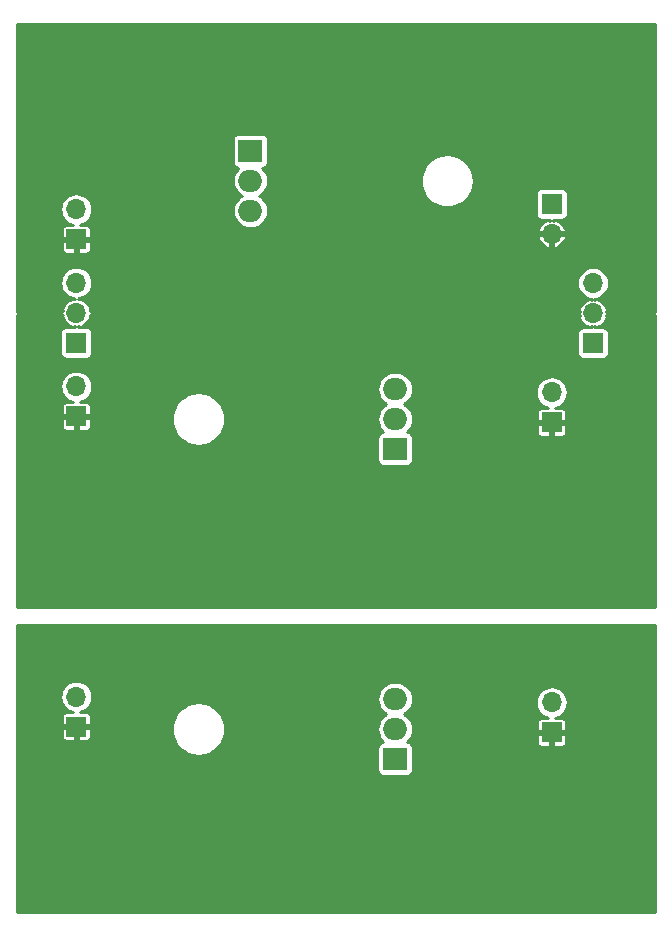
<source format=gbl>
%TF.GenerationSoftware,KiCad,Pcbnew,(5.1.4)-1*%
%TF.CreationDate,2021-09-05T23:43:36-04:00*%
%TF.ProjectId,dual_lm317,6475616c-5f6c-46d3-9331-372e6b696361,rev?*%
%TF.SameCoordinates,Original*%
%TF.FileFunction,Copper,L2,Bot*%
%TF.FilePolarity,Positive*%
%FSLAX46Y46*%
G04 Gerber Fmt 4.6, Leading zero omitted, Abs format (unit mm)*
G04 Created by KiCad (PCBNEW (5.1.4)-1) date 2021-09-05 23:43:36*
%MOMM*%
%LPD*%
G04 APERTURE LIST*
%TA.AperFunction,ComponentPad*%
%ADD10O,2.000000X1.905000*%
%TD*%
%TA.AperFunction,ComponentPad*%
%ADD11R,2.000000X1.905000*%
%TD*%
%TA.AperFunction,ComponentPad*%
%ADD12O,1.700000X1.700000*%
%TD*%
%TA.AperFunction,ComponentPad*%
%ADD13R,1.700000X1.700000*%
%TD*%
%TA.AperFunction,ViaPad*%
%ADD14C,0.800000*%
%TD*%
%TA.AperFunction,Conductor*%
%ADD15C,1.500000*%
%TD*%
%TA.AperFunction,Conductor*%
%ADD16C,0.250000*%
%TD*%
G04 APERTURE END LIST*
D10*
%TO.P,U7,3*%
%TO.N,/VinB*%
X135000000Y-105170000D03*
%TO.P,U7,2*%
%TO.N,/VoutB*%
X135000000Y-107710000D03*
D11*
%TO.P,U7,1*%
%TO.N,/VadjB*%
X135000000Y-110250000D03*
%TD*%
D12*
%TO.P,J8,2*%
%TO.N,/VoutB*%
X108000000Y-104960000D03*
D13*
%TO.P,J8,1*%
%TO.N,/GNDB*%
X108000000Y-107500000D03*
%TD*%
D12*
%TO.P,J7,2*%
%TO.N,/VinB*%
X148250000Y-105460000D03*
D13*
%TO.P,J7,1*%
%TO.N,/GNDB*%
X148250000Y-108000000D03*
%TD*%
D11*
%TO.P,U1,1*%
%TO.N,/VadjA*%
X135000000Y-84000000D03*
D10*
%TO.P,U1,2*%
%TO.N,/VoutA*%
X135000000Y-81460000D03*
%TO.P,U1,3*%
%TO.N,/VinA*%
X135000000Y-78920000D03*
%TD*%
D13*
%TO.P,J2,1*%
%TO.N,/GNDA*%
X108000000Y-81250000D03*
D12*
%TO.P,J2,2*%
%TO.N,/VoutA*%
X108000000Y-78710000D03*
%TD*%
D13*
%TO.P,J1,1*%
%TO.N,/GNDA*%
X148250000Y-81750000D03*
D12*
%TO.P,J1,2*%
%TO.N,/VinA*%
X148250000Y-79210000D03*
%TD*%
D13*
%TO.P,J6,1*%
%TO.N,/VoutA*%
X108000000Y-75000000D03*
D12*
%TO.P,J6,2*%
%TO.N,/GNDA*%
X108000000Y-72460000D03*
%TO.P,J6,3*%
%TO.N,/VoutAN*%
X108000000Y-69920000D03*
%TD*%
D13*
%TO.P,J5,1*%
%TO.N,/VinA*%
X151750000Y-75040000D03*
D12*
%TO.P,J5,2*%
%TO.N,/GNDA*%
X151750000Y-72500000D03*
%TO.P,J5,3*%
%TO.N,/VinAN*%
X151750000Y-69960000D03*
%TD*%
D11*
%TO.P,U4,1*%
%TO.N,/VadjAN*%
X122750000Y-58750000D03*
D10*
%TO.P,U4,2*%
%TO.N,/VinAN*%
X122750000Y-61290000D03*
%TO.P,U4,3*%
%TO.N,/VoutAN*%
X122750000Y-63830000D03*
%TD*%
D13*
%TO.P,J4,1*%
%TO.N,/GNDA*%
X108000000Y-66250000D03*
D12*
%TO.P,J4,2*%
%TO.N,/VoutAN*%
X108000000Y-63710000D03*
%TD*%
D13*
%TO.P,J3,1*%
%TO.N,/VinAN*%
X148250000Y-63250000D03*
D12*
%TO.P,J3,2*%
%TO.N,/GNDA*%
X148250000Y-65790000D03*
%TD*%
D14*
%TO.N,/GNDA*%
X141000000Y-53750000D03*
X125500000Y-67750000D03*
X114750000Y-66750000D03*
X119750000Y-51000000D03*
X115750000Y-63000000D03*
X139750000Y-92250000D03*
X144750000Y-89000000D03*
X139750000Y-81500000D03*
X150000000Y-84750000D03*
X154250000Y-79000000D03*
X154250000Y-76000000D03*
X154750000Y-82000000D03*
X150000000Y-86500000D03*
X103500000Y-73500000D03*
X111000000Y-73500000D03*
X113500000Y-73500000D03*
X116000000Y-73500000D03*
X118500000Y-73500000D03*
X121000000Y-73500000D03*
X123500000Y-73500000D03*
X126000000Y-73500000D03*
X128500000Y-73500000D03*
X131000000Y-73500000D03*
X133500000Y-73500000D03*
X136000000Y-73500000D03*
X138500000Y-73500000D03*
X141000000Y-73500000D03*
X143500000Y-73500000D03*
X146000000Y-73500000D03*
X148500000Y-73500000D03*
X156000000Y-73500000D03*
X156000000Y-76000000D03*
X156000000Y-78500000D03*
X156000000Y-81000000D03*
X156000000Y-83500000D03*
X156000000Y-86000000D03*
X156000000Y-88500000D03*
X156000000Y-91000000D03*
X156000000Y-93500000D03*
X103500000Y-76000000D03*
X103500000Y-78500000D03*
X103500000Y-81000000D03*
X103500000Y-83500000D03*
X103500000Y-86000000D03*
X103500000Y-88500000D03*
X103500000Y-91000000D03*
X103500000Y-93500000D03*
X103500000Y-96000000D03*
X106000000Y-96000000D03*
X108500000Y-96000000D03*
X111000000Y-96000000D03*
X113500000Y-96000000D03*
X116000000Y-96000000D03*
X118500000Y-96000000D03*
X121000000Y-96000000D03*
X123500000Y-96000000D03*
X126000000Y-96000000D03*
X128500000Y-96000000D03*
X131000000Y-96000000D03*
X133500000Y-96000000D03*
X136000000Y-96000000D03*
X138500000Y-96000000D03*
X141000000Y-96000000D03*
X143500000Y-96000000D03*
X146000000Y-96000000D03*
X148500000Y-96000000D03*
X151000000Y-96000000D03*
X153500000Y-96000000D03*
X156000000Y-96000000D03*
X106500000Y-83500000D03*
X106500000Y-85750000D03*
X106250000Y-93250000D03*
X110937500Y-81812500D03*
X138750000Y-89000000D03*
X138750000Y-94000000D03*
X130250000Y-76500000D03*
X130250000Y-78250000D03*
X120250000Y-93000000D03*
X123000000Y-93000000D03*
X121700000Y-89000000D03*
X127462500Y-92250000D03*
X119250000Y-89000000D03*
X138500000Y-80750000D03*
X154750000Y-85000000D03*
X145000000Y-92750000D03*
X150000000Y-92750000D03*
X114500000Y-63000000D03*
X103500000Y-71500000D03*
X111000000Y-71500000D03*
X113500000Y-71500000D03*
X116000000Y-71500000D03*
X118500000Y-71500000D03*
X121000000Y-71500000D03*
X123500000Y-71500000D03*
X126000000Y-71500000D03*
X128500000Y-71500000D03*
X131000000Y-71500000D03*
X133500000Y-71500000D03*
X136000000Y-71500000D03*
X138500000Y-71500000D03*
X141000000Y-71500000D03*
X143500000Y-71500000D03*
X146000000Y-71500000D03*
X148500000Y-71500000D03*
X156000000Y-71500000D03*
X103500000Y-69000000D03*
X103500000Y-66500000D03*
X103500000Y-64000000D03*
X103500000Y-61500000D03*
X103500000Y-59000000D03*
X103500000Y-56500000D03*
X103500000Y-54000000D03*
X103500000Y-51500000D03*
X103500000Y-49000000D03*
X156000000Y-69000000D03*
X156000000Y-66500000D03*
X156000000Y-64000000D03*
X156000000Y-61500000D03*
X156000000Y-59000000D03*
X156000000Y-56500000D03*
X156000000Y-54000000D03*
X156000000Y-51500000D03*
X156000000Y-49000000D03*
X106000000Y-49000000D03*
X108500000Y-49000000D03*
X111000000Y-49000000D03*
X113500000Y-49000000D03*
X116000000Y-49000000D03*
X118500000Y-49000000D03*
X121000000Y-49000000D03*
X123500000Y-49000000D03*
X126000000Y-49000000D03*
X128500000Y-49000000D03*
X131000000Y-49000000D03*
X133500000Y-49000000D03*
X136000000Y-49000000D03*
X138500000Y-49000000D03*
X141000000Y-49000000D03*
X143500000Y-49000000D03*
X146000000Y-49000000D03*
X148500000Y-49000000D03*
X151000000Y-49000000D03*
X153500000Y-49000000D03*
X119750000Y-52750000D03*
X117250000Y-50750000D03*
X114750000Y-69750000D03*
X125500000Y-69500000D03*
X128250000Y-59250000D03*
X126500000Y-56750000D03*
X108500000Y-58250000D03*
X107000000Y-52000000D03*
X105750000Y-59750000D03*
X129000000Y-51750000D03*
X127750000Y-54500000D03*
X143750000Y-51750000D03*
X141000000Y-51250000D03*
X152500000Y-53000000D03*
X153000000Y-60250000D03*
X136750000Y-69250000D03*
X144750000Y-67750000D03*
X147250000Y-68750000D03*
X149960000Y-65790000D03*
X138250000Y-82000000D03*
X143250000Y-83000000D03*
X106900000Y-89750000D03*
%TO.N,/GNDB*%
X139750000Y-118500000D03*
X144750000Y-115250000D03*
X139750000Y-107750000D03*
X150000000Y-111000000D03*
X154250000Y-105250000D03*
X154250000Y-102250000D03*
X154750000Y-108250000D03*
X150000000Y-112750000D03*
X106500000Y-109750000D03*
X106500000Y-112000000D03*
X106250000Y-119500000D03*
X110937500Y-108062500D03*
X138750000Y-115250000D03*
X138750000Y-120250000D03*
X130250000Y-102750000D03*
X130250000Y-104500000D03*
X120250000Y-119250000D03*
X123000000Y-119250000D03*
X121700000Y-115250000D03*
X127462500Y-118500000D03*
X119250000Y-115250000D03*
X138500000Y-107000000D03*
X154750000Y-111250000D03*
X145000000Y-119000000D03*
X150000000Y-119000000D03*
X138250000Y-108250000D03*
X143250000Y-109250000D03*
X106900000Y-116000000D03*
X103500000Y-99750000D03*
X106000000Y-99750000D03*
X108500000Y-99750000D03*
X111000000Y-99750000D03*
X113500000Y-99750000D03*
X116000000Y-99750000D03*
X118500000Y-99750000D03*
X121000000Y-99750000D03*
X123500000Y-99750000D03*
X126000000Y-99750000D03*
X128500000Y-99750000D03*
X131000000Y-99750000D03*
X133500000Y-99750000D03*
X136000000Y-99750000D03*
X138500000Y-99750000D03*
X141000000Y-99750000D03*
X143500000Y-99750000D03*
X146000000Y-99750000D03*
X148500000Y-99750000D03*
X151000000Y-99750000D03*
X153500000Y-99750000D03*
X156000000Y-99750000D03*
X103500000Y-102250000D03*
X103500000Y-104750000D03*
X103500000Y-107250000D03*
X103500000Y-109750000D03*
X103500000Y-112250000D03*
X103500000Y-114750000D03*
X103500000Y-117250000D03*
X103500000Y-119750000D03*
X103500000Y-122250000D03*
X156000000Y-102250000D03*
X156000000Y-104750000D03*
X156000000Y-107250000D03*
X156000000Y-109750000D03*
X156000000Y-112250000D03*
X156000000Y-114750000D03*
X156000000Y-117250000D03*
X156000000Y-119750000D03*
X156000000Y-122250000D03*
X106000000Y-122250000D03*
X108500000Y-122250000D03*
X111000000Y-122250000D03*
X113500000Y-122250000D03*
X116000000Y-122250000D03*
X118500000Y-122250000D03*
X121000000Y-122250000D03*
X123500000Y-122250000D03*
X126000000Y-122250000D03*
X128500000Y-122250000D03*
X131000000Y-122250000D03*
X133500000Y-122250000D03*
X136000000Y-122250000D03*
X138500000Y-122250000D03*
X141000000Y-122250000D03*
X143500000Y-122250000D03*
X146000000Y-122250000D03*
X148500000Y-122250000D03*
X151000000Y-122250000D03*
X153500000Y-122250000D03*
%TD*%
D15*
%TO.N,/GNDA*%
X121000000Y-71500000D02*
X121000000Y-73500000D01*
X133500000Y-71500000D02*
X133500000Y-73500000D01*
X146000000Y-71500000D02*
X146000000Y-73500000D01*
%TD*%
D16*
%TO.N,/GNDA*%
G36*
X106815951Y-72774093D02*
G01*
X106840993Y-72856667D01*
X106940649Y-73075156D01*
X107081015Y-73270005D01*
X107256697Y-73433726D01*
X107460944Y-73560027D01*
X107685906Y-73644055D01*
X107874998Y-73584863D01*
X107874998Y-73647581D01*
X107150000Y-73647581D01*
X107051983Y-73657235D01*
X106957733Y-73685825D01*
X106870871Y-73732254D01*
X106794736Y-73794736D01*
X106732254Y-73870871D01*
X106685825Y-73957733D01*
X106657235Y-74051983D01*
X106647581Y-74150000D01*
X106647581Y-75850000D01*
X106657235Y-75948017D01*
X106685825Y-76042267D01*
X106732254Y-76129129D01*
X106794736Y-76205264D01*
X106870871Y-76267746D01*
X106957733Y-76314175D01*
X107051983Y-76342765D01*
X107150000Y-76352419D01*
X108850000Y-76352419D01*
X108948017Y-76342765D01*
X109042267Y-76314175D01*
X109129129Y-76267746D01*
X109205264Y-76205264D01*
X109267746Y-76129129D01*
X109314175Y-76042267D01*
X109342765Y-75948017D01*
X109352419Y-75850000D01*
X109352419Y-74150000D01*
X109342765Y-74051983D01*
X109314175Y-73957733D01*
X109267746Y-73870871D01*
X109205264Y-73794736D01*
X109129129Y-73732254D01*
X109042267Y-73685825D01*
X108948017Y-73657235D01*
X108850000Y-73647581D01*
X108125002Y-73647581D01*
X108125002Y-73584863D01*
X108314094Y-73644055D01*
X108539056Y-73560027D01*
X108743303Y-73433726D01*
X108918985Y-73270005D01*
X109059351Y-73075156D01*
X109159007Y-72856667D01*
X109184049Y-72774093D01*
X109136957Y-72625000D01*
X150525000Y-72625000D01*
X150525000Y-72625002D01*
X150625676Y-72625002D01*
X150565951Y-72814093D01*
X150590993Y-72896667D01*
X150690649Y-73115156D01*
X150831015Y-73310005D01*
X151006697Y-73473726D01*
X151210944Y-73600027D01*
X151435906Y-73684055D01*
X151624998Y-73624863D01*
X151624998Y-73687581D01*
X150900000Y-73687581D01*
X150801983Y-73697235D01*
X150707733Y-73725825D01*
X150620871Y-73772254D01*
X150544736Y-73834736D01*
X150482254Y-73910871D01*
X150435825Y-73997733D01*
X150407235Y-74091983D01*
X150397581Y-74190000D01*
X150397581Y-75890000D01*
X150407235Y-75988017D01*
X150435825Y-76082267D01*
X150482254Y-76169129D01*
X150544736Y-76245264D01*
X150620871Y-76307746D01*
X150707733Y-76354175D01*
X150801983Y-76382765D01*
X150900000Y-76392419D01*
X152600000Y-76392419D01*
X152698017Y-76382765D01*
X152792267Y-76354175D01*
X152879129Y-76307746D01*
X152955264Y-76245264D01*
X153017746Y-76169129D01*
X153064175Y-76082267D01*
X153092765Y-75988017D01*
X153102419Y-75890000D01*
X153102419Y-74190000D01*
X153092765Y-74091983D01*
X153064175Y-73997733D01*
X153017746Y-73910871D01*
X152955264Y-73834736D01*
X152879129Y-73772254D01*
X152792267Y-73725825D01*
X152698017Y-73697235D01*
X152600000Y-73687581D01*
X151875002Y-73687581D01*
X151875002Y-73624863D01*
X152064094Y-73684055D01*
X152289056Y-73600027D01*
X152493303Y-73473726D01*
X152668985Y-73310005D01*
X152809351Y-73115156D01*
X152909007Y-72896667D01*
X152934049Y-72814093D01*
X152874324Y-72625002D01*
X152975000Y-72625002D01*
X152975000Y-72625000D01*
X156975000Y-72625000D01*
X156975001Y-97375000D01*
X103025000Y-97375000D01*
X103025000Y-82100000D01*
X106773186Y-82100000D01*
X106780426Y-82173513D01*
X106801869Y-82244200D01*
X106836691Y-82309347D01*
X106883552Y-82366448D01*
X106940653Y-82413309D01*
X107005800Y-82448131D01*
X107076487Y-82469574D01*
X107150000Y-82476814D01*
X107781250Y-82475000D01*
X107875000Y-82381250D01*
X107875000Y-81375000D01*
X108125000Y-81375000D01*
X108125000Y-82381250D01*
X108218750Y-82475000D01*
X108850000Y-82476814D01*
X108923513Y-82469574D01*
X108994200Y-82448131D01*
X109059347Y-82413309D01*
X109116448Y-82366448D01*
X109163309Y-82309347D01*
X109198131Y-82244200D01*
X109219574Y-82173513D01*
X109226814Y-82100000D01*
X109225000Y-81468750D01*
X109216250Y-81460000D01*
X116079114Y-81460000D01*
X116122556Y-81901077D01*
X116251214Y-82325204D01*
X116460142Y-82716081D01*
X116741312Y-83058688D01*
X117083919Y-83339858D01*
X117474796Y-83548786D01*
X117898923Y-83677444D01*
X118229472Y-83710000D01*
X118450528Y-83710000D01*
X118781077Y-83677444D01*
X119205204Y-83548786D01*
X119596081Y-83339858D01*
X119938688Y-83058688D01*
X120219858Y-82716081D01*
X120428786Y-82325204D01*
X120557444Y-81901077D01*
X120600886Y-81460000D01*
X120557444Y-81018923D01*
X120428786Y-80594796D01*
X120219858Y-80203919D01*
X119938688Y-79861312D01*
X119596081Y-79580142D01*
X119205204Y-79371214D01*
X118781077Y-79242556D01*
X118450528Y-79210000D01*
X118229472Y-79210000D01*
X117898923Y-79242556D01*
X117474796Y-79371214D01*
X117083919Y-79580142D01*
X116741312Y-79861312D01*
X116460142Y-80203919D01*
X116251214Y-80594796D01*
X116122556Y-81018923D01*
X116079114Y-81460000D01*
X109216250Y-81460000D01*
X109131250Y-81375000D01*
X108125000Y-81375000D01*
X107875000Y-81375000D01*
X106868750Y-81375000D01*
X106775000Y-81468750D01*
X106773186Y-82100000D01*
X103025000Y-82100000D01*
X103025000Y-78710000D01*
X106643468Y-78710000D01*
X106669533Y-78974646D01*
X106746728Y-79229122D01*
X106872085Y-79463649D01*
X107040787Y-79669213D01*
X107246351Y-79837915D01*
X107480878Y-79963272D01*
X107683440Y-80024719D01*
X107150000Y-80023186D01*
X107076487Y-80030426D01*
X107005800Y-80051869D01*
X106940653Y-80086691D01*
X106883552Y-80133552D01*
X106836691Y-80190653D01*
X106801869Y-80255800D01*
X106780426Y-80326487D01*
X106773186Y-80400000D01*
X106775000Y-81031250D01*
X106868750Y-81125000D01*
X107875000Y-81125000D01*
X107875000Y-81105000D01*
X108125000Y-81105000D01*
X108125000Y-81125000D01*
X109131250Y-81125000D01*
X109225000Y-81031250D01*
X109226814Y-80400000D01*
X109219574Y-80326487D01*
X109198131Y-80255800D01*
X109163309Y-80190653D01*
X109116448Y-80133552D01*
X109059347Y-80086691D01*
X108994200Y-80051869D01*
X108923513Y-80030426D01*
X108850000Y-80023186D01*
X108316560Y-80024719D01*
X108519122Y-79963272D01*
X108753649Y-79837915D01*
X108959213Y-79669213D01*
X109127915Y-79463649D01*
X109253272Y-79229122D01*
X109330467Y-78974646D01*
X109335849Y-78920000D01*
X133492972Y-78920000D01*
X133521016Y-79204740D01*
X133604072Y-79478537D01*
X133738947Y-79730870D01*
X133920458Y-79952042D01*
X134141630Y-80133553D01*
X134247235Y-80190000D01*
X134141630Y-80246447D01*
X133920458Y-80427958D01*
X133738947Y-80649130D01*
X133604072Y-80901463D01*
X133521016Y-81175260D01*
X133492972Y-81460000D01*
X133521016Y-81744740D01*
X133604072Y-82018537D01*
X133738947Y-82270870D01*
X133920458Y-82492042D01*
X133986684Y-82546393D01*
X133901983Y-82554735D01*
X133807733Y-82583325D01*
X133720871Y-82629754D01*
X133644736Y-82692236D01*
X133582254Y-82768371D01*
X133535825Y-82855233D01*
X133507235Y-82949483D01*
X133497581Y-83047500D01*
X133497581Y-84952500D01*
X133507235Y-85050517D01*
X133535825Y-85144767D01*
X133582254Y-85231629D01*
X133644736Y-85307764D01*
X133720871Y-85370246D01*
X133807733Y-85416675D01*
X133901983Y-85445265D01*
X134000000Y-85454919D01*
X136000000Y-85454919D01*
X136098017Y-85445265D01*
X136192267Y-85416675D01*
X136279129Y-85370246D01*
X136355264Y-85307764D01*
X136417746Y-85231629D01*
X136464175Y-85144767D01*
X136492765Y-85050517D01*
X136502419Y-84952500D01*
X136502419Y-83047500D01*
X136492765Y-82949483D01*
X136464175Y-82855233D01*
X136417746Y-82768371D01*
X136355264Y-82692236D01*
X136279129Y-82629754D01*
X136223464Y-82600000D01*
X147023186Y-82600000D01*
X147030426Y-82673513D01*
X147051869Y-82744200D01*
X147086691Y-82809347D01*
X147133552Y-82866448D01*
X147190653Y-82913309D01*
X147255800Y-82948131D01*
X147326487Y-82969574D01*
X147400000Y-82976814D01*
X148031250Y-82975000D01*
X148125000Y-82881250D01*
X148125000Y-81875000D01*
X148375000Y-81875000D01*
X148375000Y-82881250D01*
X148468750Y-82975000D01*
X149100000Y-82976814D01*
X149173513Y-82969574D01*
X149244200Y-82948131D01*
X149309347Y-82913309D01*
X149366448Y-82866448D01*
X149413309Y-82809347D01*
X149448131Y-82744200D01*
X149469574Y-82673513D01*
X149476814Y-82600000D01*
X149475000Y-81968750D01*
X149381250Y-81875000D01*
X148375000Y-81875000D01*
X148125000Y-81875000D01*
X147118750Y-81875000D01*
X147025000Y-81968750D01*
X147023186Y-82600000D01*
X136223464Y-82600000D01*
X136192267Y-82583325D01*
X136098017Y-82554735D01*
X136013316Y-82546393D01*
X136079542Y-82492042D01*
X136261053Y-82270870D01*
X136395928Y-82018537D01*
X136478984Y-81744740D01*
X136507028Y-81460000D01*
X136478984Y-81175260D01*
X136395928Y-80901463D01*
X136261053Y-80649130D01*
X136079542Y-80427958D01*
X135858370Y-80246447D01*
X135752765Y-80190000D01*
X135858370Y-80133553D01*
X136079542Y-79952042D01*
X136261053Y-79730870D01*
X136395928Y-79478537D01*
X136477388Y-79210000D01*
X146893468Y-79210000D01*
X146919533Y-79474646D01*
X146996728Y-79729122D01*
X147122085Y-79963649D01*
X147290787Y-80169213D01*
X147496351Y-80337915D01*
X147730878Y-80463272D01*
X147933440Y-80524719D01*
X147400000Y-80523186D01*
X147326487Y-80530426D01*
X147255800Y-80551869D01*
X147190653Y-80586691D01*
X147133552Y-80633552D01*
X147086691Y-80690653D01*
X147051869Y-80755800D01*
X147030426Y-80826487D01*
X147023186Y-80900000D01*
X147025000Y-81531250D01*
X147118750Y-81625000D01*
X148125000Y-81625000D01*
X148125000Y-81605000D01*
X148375000Y-81605000D01*
X148375000Y-81625000D01*
X149381250Y-81625000D01*
X149475000Y-81531250D01*
X149476814Y-80900000D01*
X149469574Y-80826487D01*
X149448131Y-80755800D01*
X149413309Y-80690653D01*
X149366448Y-80633552D01*
X149309347Y-80586691D01*
X149244200Y-80551869D01*
X149173513Y-80530426D01*
X149100000Y-80523186D01*
X148566560Y-80524719D01*
X148769122Y-80463272D01*
X149003649Y-80337915D01*
X149209213Y-80169213D01*
X149377915Y-79963649D01*
X149503272Y-79729122D01*
X149580467Y-79474646D01*
X149606532Y-79210000D01*
X149580467Y-78945354D01*
X149503272Y-78690878D01*
X149377915Y-78456351D01*
X149209213Y-78250787D01*
X149003649Y-78082085D01*
X148769122Y-77956728D01*
X148514646Y-77879533D01*
X148316321Y-77860000D01*
X148183679Y-77860000D01*
X147985354Y-77879533D01*
X147730878Y-77956728D01*
X147496351Y-78082085D01*
X147290787Y-78250787D01*
X147122085Y-78456351D01*
X146996728Y-78690878D01*
X146919533Y-78945354D01*
X146893468Y-79210000D01*
X136477388Y-79210000D01*
X136478984Y-79204740D01*
X136507028Y-78920000D01*
X136478984Y-78635260D01*
X136395928Y-78361463D01*
X136261053Y-78109130D01*
X136079542Y-77887958D01*
X135858370Y-77706447D01*
X135606037Y-77571572D01*
X135332240Y-77488516D01*
X135118858Y-77467500D01*
X134881142Y-77467500D01*
X134667760Y-77488516D01*
X134393963Y-77571572D01*
X134141630Y-77706447D01*
X133920458Y-77887958D01*
X133738947Y-78109130D01*
X133604072Y-78361463D01*
X133521016Y-78635260D01*
X133492972Y-78920000D01*
X109335849Y-78920000D01*
X109356532Y-78710000D01*
X109330467Y-78445354D01*
X109253272Y-78190878D01*
X109127915Y-77956351D01*
X108959213Y-77750787D01*
X108753649Y-77582085D01*
X108519122Y-77456728D01*
X108264646Y-77379533D01*
X108066321Y-77360000D01*
X107933679Y-77360000D01*
X107735354Y-77379533D01*
X107480878Y-77456728D01*
X107246351Y-77582085D01*
X107040787Y-77750787D01*
X106872085Y-77956351D01*
X106746728Y-78190878D01*
X106669533Y-78445354D01*
X106643468Y-78710000D01*
X103025000Y-78710000D01*
X103025000Y-72625000D01*
X106863043Y-72625000D01*
X106815951Y-72774093D01*
X106815951Y-72774093D01*
G37*
X106815951Y-72774093D02*
X106840993Y-72856667D01*
X106940649Y-73075156D01*
X107081015Y-73270005D01*
X107256697Y-73433726D01*
X107460944Y-73560027D01*
X107685906Y-73644055D01*
X107874998Y-73584863D01*
X107874998Y-73647581D01*
X107150000Y-73647581D01*
X107051983Y-73657235D01*
X106957733Y-73685825D01*
X106870871Y-73732254D01*
X106794736Y-73794736D01*
X106732254Y-73870871D01*
X106685825Y-73957733D01*
X106657235Y-74051983D01*
X106647581Y-74150000D01*
X106647581Y-75850000D01*
X106657235Y-75948017D01*
X106685825Y-76042267D01*
X106732254Y-76129129D01*
X106794736Y-76205264D01*
X106870871Y-76267746D01*
X106957733Y-76314175D01*
X107051983Y-76342765D01*
X107150000Y-76352419D01*
X108850000Y-76352419D01*
X108948017Y-76342765D01*
X109042267Y-76314175D01*
X109129129Y-76267746D01*
X109205264Y-76205264D01*
X109267746Y-76129129D01*
X109314175Y-76042267D01*
X109342765Y-75948017D01*
X109352419Y-75850000D01*
X109352419Y-74150000D01*
X109342765Y-74051983D01*
X109314175Y-73957733D01*
X109267746Y-73870871D01*
X109205264Y-73794736D01*
X109129129Y-73732254D01*
X109042267Y-73685825D01*
X108948017Y-73657235D01*
X108850000Y-73647581D01*
X108125002Y-73647581D01*
X108125002Y-73584863D01*
X108314094Y-73644055D01*
X108539056Y-73560027D01*
X108743303Y-73433726D01*
X108918985Y-73270005D01*
X109059351Y-73075156D01*
X109159007Y-72856667D01*
X109184049Y-72774093D01*
X109136957Y-72625000D01*
X150525000Y-72625000D01*
X150525000Y-72625002D01*
X150625676Y-72625002D01*
X150565951Y-72814093D01*
X150590993Y-72896667D01*
X150690649Y-73115156D01*
X150831015Y-73310005D01*
X151006697Y-73473726D01*
X151210944Y-73600027D01*
X151435906Y-73684055D01*
X151624998Y-73624863D01*
X151624998Y-73687581D01*
X150900000Y-73687581D01*
X150801983Y-73697235D01*
X150707733Y-73725825D01*
X150620871Y-73772254D01*
X150544736Y-73834736D01*
X150482254Y-73910871D01*
X150435825Y-73997733D01*
X150407235Y-74091983D01*
X150397581Y-74190000D01*
X150397581Y-75890000D01*
X150407235Y-75988017D01*
X150435825Y-76082267D01*
X150482254Y-76169129D01*
X150544736Y-76245264D01*
X150620871Y-76307746D01*
X150707733Y-76354175D01*
X150801983Y-76382765D01*
X150900000Y-76392419D01*
X152600000Y-76392419D01*
X152698017Y-76382765D01*
X152792267Y-76354175D01*
X152879129Y-76307746D01*
X152955264Y-76245264D01*
X153017746Y-76169129D01*
X153064175Y-76082267D01*
X153092765Y-75988017D01*
X153102419Y-75890000D01*
X153102419Y-74190000D01*
X153092765Y-74091983D01*
X153064175Y-73997733D01*
X153017746Y-73910871D01*
X152955264Y-73834736D01*
X152879129Y-73772254D01*
X152792267Y-73725825D01*
X152698017Y-73697235D01*
X152600000Y-73687581D01*
X151875002Y-73687581D01*
X151875002Y-73624863D01*
X152064094Y-73684055D01*
X152289056Y-73600027D01*
X152493303Y-73473726D01*
X152668985Y-73310005D01*
X152809351Y-73115156D01*
X152909007Y-72896667D01*
X152934049Y-72814093D01*
X152874324Y-72625002D01*
X152975000Y-72625002D01*
X152975000Y-72625000D01*
X156975000Y-72625000D01*
X156975001Y-97375000D01*
X103025000Y-97375000D01*
X103025000Y-82100000D01*
X106773186Y-82100000D01*
X106780426Y-82173513D01*
X106801869Y-82244200D01*
X106836691Y-82309347D01*
X106883552Y-82366448D01*
X106940653Y-82413309D01*
X107005800Y-82448131D01*
X107076487Y-82469574D01*
X107150000Y-82476814D01*
X107781250Y-82475000D01*
X107875000Y-82381250D01*
X107875000Y-81375000D01*
X108125000Y-81375000D01*
X108125000Y-82381250D01*
X108218750Y-82475000D01*
X108850000Y-82476814D01*
X108923513Y-82469574D01*
X108994200Y-82448131D01*
X109059347Y-82413309D01*
X109116448Y-82366448D01*
X109163309Y-82309347D01*
X109198131Y-82244200D01*
X109219574Y-82173513D01*
X109226814Y-82100000D01*
X109225000Y-81468750D01*
X109216250Y-81460000D01*
X116079114Y-81460000D01*
X116122556Y-81901077D01*
X116251214Y-82325204D01*
X116460142Y-82716081D01*
X116741312Y-83058688D01*
X117083919Y-83339858D01*
X117474796Y-83548786D01*
X117898923Y-83677444D01*
X118229472Y-83710000D01*
X118450528Y-83710000D01*
X118781077Y-83677444D01*
X119205204Y-83548786D01*
X119596081Y-83339858D01*
X119938688Y-83058688D01*
X120219858Y-82716081D01*
X120428786Y-82325204D01*
X120557444Y-81901077D01*
X120600886Y-81460000D01*
X120557444Y-81018923D01*
X120428786Y-80594796D01*
X120219858Y-80203919D01*
X119938688Y-79861312D01*
X119596081Y-79580142D01*
X119205204Y-79371214D01*
X118781077Y-79242556D01*
X118450528Y-79210000D01*
X118229472Y-79210000D01*
X117898923Y-79242556D01*
X117474796Y-79371214D01*
X117083919Y-79580142D01*
X116741312Y-79861312D01*
X116460142Y-80203919D01*
X116251214Y-80594796D01*
X116122556Y-81018923D01*
X116079114Y-81460000D01*
X109216250Y-81460000D01*
X109131250Y-81375000D01*
X108125000Y-81375000D01*
X107875000Y-81375000D01*
X106868750Y-81375000D01*
X106775000Y-81468750D01*
X106773186Y-82100000D01*
X103025000Y-82100000D01*
X103025000Y-78710000D01*
X106643468Y-78710000D01*
X106669533Y-78974646D01*
X106746728Y-79229122D01*
X106872085Y-79463649D01*
X107040787Y-79669213D01*
X107246351Y-79837915D01*
X107480878Y-79963272D01*
X107683440Y-80024719D01*
X107150000Y-80023186D01*
X107076487Y-80030426D01*
X107005800Y-80051869D01*
X106940653Y-80086691D01*
X106883552Y-80133552D01*
X106836691Y-80190653D01*
X106801869Y-80255800D01*
X106780426Y-80326487D01*
X106773186Y-80400000D01*
X106775000Y-81031250D01*
X106868750Y-81125000D01*
X107875000Y-81125000D01*
X107875000Y-81105000D01*
X108125000Y-81105000D01*
X108125000Y-81125000D01*
X109131250Y-81125000D01*
X109225000Y-81031250D01*
X109226814Y-80400000D01*
X109219574Y-80326487D01*
X109198131Y-80255800D01*
X109163309Y-80190653D01*
X109116448Y-80133552D01*
X109059347Y-80086691D01*
X108994200Y-80051869D01*
X108923513Y-80030426D01*
X108850000Y-80023186D01*
X108316560Y-80024719D01*
X108519122Y-79963272D01*
X108753649Y-79837915D01*
X108959213Y-79669213D01*
X109127915Y-79463649D01*
X109253272Y-79229122D01*
X109330467Y-78974646D01*
X109335849Y-78920000D01*
X133492972Y-78920000D01*
X133521016Y-79204740D01*
X133604072Y-79478537D01*
X133738947Y-79730870D01*
X133920458Y-79952042D01*
X134141630Y-80133553D01*
X134247235Y-80190000D01*
X134141630Y-80246447D01*
X133920458Y-80427958D01*
X133738947Y-80649130D01*
X133604072Y-80901463D01*
X133521016Y-81175260D01*
X133492972Y-81460000D01*
X133521016Y-81744740D01*
X133604072Y-82018537D01*
X133738947Y-82270870D01*
X133920458Y-82492042D01*
X133986684Y-82546393D01*
X133901983Y-82554735D01*
X133807733Y-82583325D01*
X133720871Y-82629754D01*
X133644736Y-82692236D01*
X133582254Y-82768371D01*
X133535825Y-82855233D01*
X133507235Y-82949483D01*
X133497581Y-83047500D01*
X133497581Y-84952500D01*
X133507235Y-85050517D01*
X133535825Y-85144767D01*
X133582254Y-85231629D01*
X133644736Y-85307764D01*
X133720871Y-85370246D01*
X133807733Y-85416675D01*
X133901983Y-85445265D01*
X134000000Y-85454919D01*
X136000000Y-85454919D01*
X136098017Y-85445265D01*
X136192267Y-85416675D01*
X136279129Y-85370246D01*
X136355264Y-85307764D01*
X136417746Y-85231629D01*
X136464175Y-85144767D01*
X136492765Y-85050517D01*
X136502419Y-84952500D01*
X136502419Y-83047500D01*
X136492765Y-82949483D01*
X136464175Y-82855233D01*
X136417746Y-82768371D01*
X136355264Y-82692236D01*
X136279129Y-82629754D01*
X136223464Y-82600000D01*
X147023186Y-82600000D01*
X147030426Y-82673513D01*
X147051869Y-82744200D01*
X147086691Y-82809347D01*
X147133552Y-82866448D01*
X147190653Y-82913309D01*
X147255800Y-82948131D01*
X147326487Y-82969574D01*
X147400000Y-82976814D01*
X148031250Y-82975000D01*
X148125000Y-82881250D01*
X148125000Y-81875000D01*
X148375000Y-81875000D01*
X148375000Y-82881250D01*
X148468750Y-82975000D01*
X149100000Y-82976814D01*
X149173513Y-82969574D01*
X149244200Y-82948131D01*
X149309347Y-82913309D01*
X149366448Y-82866448D01*
X149413309Y-82809347D01*
X149448131Y-82744200D01*
X149469574Y-82673513D01*
X149476814Y-82600000D01*
X149475000Y-81968750D01*
X149381250Y-81875000D01*
X148375000Y-81875000D01*
X148125000Y-81875000D01*
X147118750Y-81875000D01*
X147025000Y-81968750D01*
X147023186Y-82600000D01*
X136223464Y-82600000D01*
X136192267Y-82583325D01*
X136098017Y-82554735D01*
X136013316Y-82546393D01*
X136079542Y-82492042D01*
X136261053Y-82270870D01*
X136395928Y-82018537D01*
X136478984Y-81744740D01*
X136507028Y-81460000D01*
X136478984Y-81175260D01*
X136395928Y-80901463D01*
X136261053Y-80649130D01*
X136079542Y-80427958D01*
X135858370Y-80246447D01*
X135752765Y-80190000D01*
X135858370Y-80133553D01*
X136079542Y-79952042D01*
X136261053Y-79730870D01*
X136395928Y-79478537D01*
X136477388Y-79210000D01*
X146893468Y-79210000D01*
X146919533Y-79474646D01*
X146996728Y-79729122D01*
X147122085Y-79963649D01*
X147290787Y-80169213D01*
X147496351Y-80337915D01*
X147730878Y-80463272D01*
X147933440Y-80524719D01*
X147400000Y-80523186D01*
X147326487Y-80530426D01*
X147255800Y-80551869D01*
X147190653Y-80586691D01*
X147133552Y-80633552D01*
X147086691Y-80690653D01*
X147051869Y-80755800D01*
X147030426Y-80826487D01*
X147023186Y-80900000D01*
X147025000Y-81531250D01*
X147118750Y-81625000D01*
X148125000Y-81625000D01*
X148125000Y-81605000D01*
X148375000Y-81605000D01*
X148375000Y-81625000D01*
X149381250Y-81625000D01*
X149475000Y-81531250D01*
X149476814Y-80900000D01*
X149469574Y-80826487D01*
X149448131Y-80755800D01*
X149413309Y-80690653D01*
X149366448Y-80633552D01*
X149309347Y-80586691D01*
X149244200Y-80551869D01*
X149173513Y-80530426D01*
X149100000Y-80523186D01*
X148566560Y-80524719D01*
X148769122Y-80463272D01*
X149003649Y-80337915D01*
X149209213Y-80169213D01*
X149377915Y-79963649D01*
X149503272Y-79729122D01*
X149580467Y-79474646D01*
X149606532Y-79210000D01*
X149580467Y-78945354D01*
X149503272Y-78690878D01*
X149377915Y-78456351D01*
X149209213Y-78250787D01*
X149003649Y-78082085D01*
X148769122Y-77956728D01*
X148514646Y-77879533D01*
X148316321Y-77860000D01*
X148183679Y-77860000D01*
X147985354Y-77879533D01*
X147730878Y-77956728D01*
X147496351Y-78082085D01*
X147290787Y-78250787D01*
X147122085Y-78456351D01*
X146996728Y-78690878D01*
X146919533Y-78945354D01*
X146893468Y-79210000D01*
X136477388Y-79210000D01*
X136478984Y-79204740D01*
X136507028Y-78920000D01*
X136478984Y-78635260D01*
X136395928Y-78361463D01*
X136261053Y-78109130D01*
X136079542Y-77887958D01*
X135858370Y-77706447D01*
X135606037Y-77571572D01*
X135332240Y-77488516D01*
X135118858Y-77467500D01*
X134881142Y-77467500D01*
X134667760Y-77488516D01*
X134393963Y-77571572D01*
X134141630Y-77706447D01*
X133920458Y-77887958D01*
X133738947Y-78109130D01*
X133604072Y-78361463D01*
X133521016Y-78635260D01*
X133492972Y-78920000D01*
X109335849Y-78920000D01*
X109356532Y-78710000D01*
X109330467Y-78445354D01*
X109253272Y-78190878D01*
X109127915Y-77956351D01*
X108959213Y-77750787D01*
X108753649Y-77582085D01*
X108519122Y-77456728D01*
X108264646Y-77379533D01*
X108066321Y-77360000D01*
X107933679Y-77360000D01*
X107735354Y-77379533D01*
X107480878Y-77456728D01*
X107246351Y-77582085D01*
X107040787Y-77750787D01*
X106872085Y-77956351D01*
X106746728Y-78190878D01*
X106669533Y-78445354D01*
X106643468Y-78710000D01*
X103025000Y-78710000D01*
X103025000Y-72625000D01*
X106863043Y-72625000D01*
X106815951Y-72774093D01*
G36*
X151875000Y-72645000D02*
G01*
X151625000Y-72645000D01*
X151625000Y-72625000D01*
X151875000Y-72625000D01*
X151875000Y-72645000D01*
X151875000Y-72645000D01*
G37*
X151875000Y-72645000D02*
X151625000Y-72645000D01*
X151625000Y-72625000D01*
X151875000Y-72625000D01*
X151875000Y-72645000D01*
G36*
X156975001Y-72375000D02*
G01*
X152975000Y-72375000D01*
X152975000Y-72374998D01*
X152874324Y-72374998D01*
X152934049Y-72185907D01*
X152909007Y-72103333D01*
X152809351Y-71884844D01*
X152668985Y-71689995D01*
X152493303Y-71526274D01*
X152289056Y-71399973D01*
X152064094Y-71315945D01*
X151875002Y-71375137D01*
X151875002Y-71304221D01*
X152014646Y-71290467D01*
X152269122Y-71213272D01*
X152503649Y-71087915D01*
X152709213Y-70919213D01*
X152877915Y-70713649D01*
X153003272Y-70479122D01*
X153080467Y-70224646D01*
X153106532Y-69960000D01*
X153080467Y-69695354D01*
X153003272Y-69440878D01*
X152877915Y-69206351D01*
X152709213Y-69000787D01*
X152503649Y-68832085D01*
X152269122Y-68706728D01*
X152014646Y-68629533D01*
X151816321Y-68610000D01*
X151683679Y-68610000D01*
X151485354Y-68629533D01*
X151230878Y-68706728D01*
X150996351Y-68832085D01*
X150790787Y-69000787D01*
X150622085Y-69206351D01*
X150496728Y-69440878D01*
X150419533Y-69695354D01*
X150393468Y-69960000D01*
X150419533Y-70224646D01*
X150496728Y-70479122D01*
X150622085Y-70713649D01*
X150790787Y-70919213D01*
X150996351Y-71087915D01*
X151230878Y-71213272D01*
X151485354Y-71290467D01*
X151624998Y-71304221D01*
X151624998Y-71375137D01*
X151435906Y-71315945D01*
X151210944Y-71399973D01*
X151006697Y-71526274D01*
X150831015Y-71689995D01*
X150690649Y-71884844D01*
X150590993Y-72103333D01*
X150565951Y-72185907D01*
X150625676Y-72374998D01*
X150525000Y-72374998D01*
X150525000Y-72375000D01*
X109225000Y-72375000D01*
X109225000Y-72334998D01*
X109124324Y-72334998D01*
X109184049Y-72145907D01*
X109159007Y-72063333D01*
X109059351Y-71844844D01*
X108918985Y-71649995D01*
X108743303Y-71486274D01*
X108539056Y-71359973D01*
X108314094Y-71275945D01*
X108125002Y-71335137D01*
X108125002Y-71264221D01*
X108264646Y-71250467D01*
X108519122Y-71173272D01*
X108753649Y-71047915D01*
X108959213Y-70879213D01*
X109127915Y-70673649D01*
X109253272Y-70439122D01*
X109330467Y-70184646D01*
X109356532Y-69920000D01*
X109330467Y-69655354D01*
X109253272Y-69400878D01*
X109127915Y-69166351D01*
X108959213Y-68960787D01*
X108753649Y-68792085D01*
X108519122Y-68666728D01*
X108264646Y-68589533D01*
X108066321Y-68570000D01*
X107933679Y-68570000D01*
X107735354Y-68589533D01*
X107480878Y-68666728D01*
X107246351Y-68792085D01*
X107040787Y-68960787D01*
X106872085Y-69166351D01*
X106746728Y-69400878D01*
X106669533Y-69655354D01*
X106643468Y-69920000D01*
X106669533Y-70184646D01*
X106746728Y-70439122D01*
X106872085Y-70673649D01*
X107040787Y-70879213D01*
X107246351Y-71047915D01*
X107480878Y-71173272D01*
X107735354Y-71250467D01*
X107874998Y-71264221D01*
X107874998Y-71335137D01*
X107685906Y-71275945D01*
X107460944Y-71359973D01*
X107256697Y-71486274D01*
X107081015Y-71649995D01*
X106940649Y-71844844D01*
X106840993Y-72063333D01*
X106815951Y-72145907D01*
X106875676Y-72334998D01*
X106775000Y-72334998D01*
X106775000Y-72375000D01*
X103025000Y-72375000D01*
X103025000Y-67100000D01*
X106773186Y-67100000D01*
X106780426Y-67173513D01*
X106801869Y-67244200D01*
X106836691Y-67309347D01*
X106883552Y-67366448D01*
X106940653Y-67413309D01*
X107005800Y-67448131D01*
X107076487Y-67469574D01*
X107150000Y-67476814D01*
X107781250Y-67475000D01*
X107875000Y-67381250D01*
X107875000Y-66375000D01*
X108125000Y-66375000D01*
X108125000Y-67381250D01*
X108218750Y-67475000D01*
X108850000Y-67476814D01*
X108923513Y-67469574D01*
X108994200Y-67448131D01*
X109059347Y-67413309D01*
X109116448Y-67366448D01*
X109163309Y-67309347D01*
X109198131Y-67244200D01*
X109219574Y-67173513D01*
X109226814Y-67100000D01*
X109225000Y-66468750D01*
X109131250Y-66375000D01*
X108125000Y-66375000D01*
X107875000Y-66375000D01*
X106868750Y-66375000D01*
X106775000Y-66468750D01*
X106773186Y-67100000D01*
X103025000Y-67100000D01*
X103025000Y-63710000D01*
X106643468Y-63710000D01*
X106669533Y-63974646D01*
X106746728Y-64229122D01*
X106872085Y-64463649D01*
X107040787Y-64669213D01*
X107246351Y-64837915D01*
X107480878Y-64963272D01*
X107683440Y-65024719D01*
X107150000Y-65023186D01*
X107076487Y-65030426D01*
X107005800Y-65051869D01*
X106940653Y-65086691D01*
X106883552Y-65133552D01*
X106836691Y-65190653D01*
X106801869Y-65255800D01*
X106780426Y-65326487D01*
X106773186Y-65400000D01*
X106775000Y-66031250D01*
X106868750Y-66125000D01*
X107875000Y-66125000D01*
X107875000Y-66105000D01*
X108125000Y-66105000D01*
X108125000Y-66125000D01*
X109131250Y-66125000D01*
X109152157Y-66104093D01*
X147065951Y-66104093D01*
X147090993Y-66186667D01*
X147190649Y-66405156D01*
X147331015Y-66600005D01*
X147506697Y-66763726D01*
X147710944Y-66890027D01*
X147935906Y-66974055D01*
X148125000Y-66914862D01*
X148125000Y-65915000D01*
X148375000Y-65915000D01*
X148375000Y-66914862D01*
X148564094Y-66974055D01*
X148789056Y-66890027D01*
X148993303Y-66763726D01*
X149168985Y-66600005D01*
X149309351Y-66405156D01*
X149409007Y-66186667D01*
X149434049Y-66104093D01*
X149374323Y-65915000D01*
X148375000Y-65915000D01*
X148125000Y-65915000D01*
X147125677Y-65915000D01*
X147065951Y-66104093D01*
X109152157Y-66104093D01*
X109225000Y-66031250D01*
X109226814Y-65400000D01*
X109219574Y-65326487D01*
X109198131Y-65255800D01*
X109163309Y-65190653D01*
X109116448Y-65133552D01*
X109059347Y-65086691D01*
X108994200Y-65051869D01*
X108923513Y-65030426D01*
X108850000Y-65023186D01*
X108316560Y-65024719D01*
X108519122Y-64963272D01*
X108753649Y-64837915D01*
X108959213Y-64669213D01*
X109127915Y-64463649D01*
X109253272Y-64229122D01*
X109330467Y-63974646D01*
X109356532Y-63710000D01*
X109330467Y-63445354D01*
X109253272Y-63190878D01*
X109127915Y-62956351D01*
X108959213Y-62750787D01*
X108753649Y-62582085D01*
X108519122Y-62456728D01*
X108264646Y-62379533D01*
X108066321Y-62360000D01*
X107933679Y-62360000D01*
X107735354Y-62379533D01*
X107480878Y-62456728D01*
X107246351Y-62582085D01*
X107040787Y-62750787D01*
X106872085Y-62956351D01*
X106746728Y-63190878D01*
X106669533Y-63445354D01*
X106643468Y-63710000D01*
X103025000Y-63710000D01*
X103025000Y-61290000D01*
X121242972Y-61290000D01*
X121271016Y-61574740D01*
X121354072Y-61848537D01*
X121488947Y-62100870D01*
X121670458Y-62322042D01*
X121891630Y-62503553D01*
X121997235Y-62560000D01*
X121891630Y-62616447D01*
X121670458Y-62797958D01*
X121488947Y-63019130D01*
X121354072Y-63271463D01*
X121271016Y-63545260D01*
X121242972Y-63830000D01*
X121271016Y-64114740D01*
X121354072Y-64388537D01*
X121488947Y-64640870D01*
X121670458Y-64862042D01*
X121891630Y-65043553D01*
X122143963Y-65178428D01*
X122417760Y-65261484D01*
X122631142Y-65282500D01*
X122868858Y-65282500D01*
X123082240Y-65261484D01*
X123356037Y-65178428D01*
X123608370Y-65043553D01*
X123829542Y-64862042D01*
X124011053Y-64640870D01*
X124145928Y-64388537D01*
X124228984Y-64114740D01*
X124257028Y-63830000D01*
X124228984Y-63545260D01*
X124145928Y-63271463D01*
X124011053Y-63019130D01*
X123829542Y-62797958D01*
X123608370Y-62616447D01*
X123502765Y-62560000D01*
X123608370Y-62503553D01*
X123829542Y-62322042D01*
X124011053Y-62100870D01*
X124145928Y-61848537D01*
X124228984Y-61574740D01*
X124257028Y-61290000D01*
X137149114Y-61290000D01*
X137192556Y-61731077D01*
X137321214Y-62155204D01*
X137530142Y-62546081D01*
X137811312Y-62888688D01*
X138153919Y-63169858D01*
X138544796Y-63378786D01*
X138968923Y-63507444D01*
X139299472Y-63540000D01*
X139520528Y-63540000D01*
X139851077Y-63507444D01*
X140275204Y-63378786D01*
X140666081Y-63169858D01*
X141008688Y-62888688D01*
X141289858Y-62546081D01*
X141367939Y-62400000D01*
X146897581Y-62400000D01*
X146897581Y-64100000D01*
X146907235Y-64198017D01*
X146935825Y-64292267D01*
X146982254Y-64379129D01*
X147044736Y-64455264D01*
X147120871Y-64517746D01*
X147207733Y-64564175D01*
X147301983Y-64592765D01*
X147400000Y-64602419D01*
X148124998Y-64602419D01*
X148124998Y-64665137D01*
X147935906Y-64605945D01*
X147710944Y-64689973D01*
X147506697Y-64816274D01*
X147331015Y-64979995D01*
X147190649Y-65174844D01*
X147090993Y-65393333D01*
X147065951Y-65475907D01*
X147125677Y-65665000D01*
X148125000Y-65665000D01*
X148125000Y-65645000D01*
X148375000Y-65645000D01*
X148375000Y-65665000D01*
X149374323Y-65665000D01*
X149434049Y-65475907D01*
X149409007Y-65393333D01*
X149309351Y-65174844D01*
X149168985Y-64979995D01*
X148993303Y-64816274D01*
X148789056Y-64689973D01*
X148564094Y-64605945D01*
X148375002Y-64665137D01*
X148375002Y-64602419D01*
X149100000Y-64602419D01*
X149198017Y-64592765D01*
X149292267Y-64564175D01*
X149379129Y-64517746D01*
X149455264Y-64455264D01*
X149517746Y-64379129D01*
X149564175Y-64292267D01*
X149592765Y-64198017D01*
X149602419Y-64100000D01*
X149602419Y-62400000D01*
X149592765Y-62301983D01*
X149564175Y-62207733D01*
X149517746Y-62120871D01*
X149455264Y-62044736D01*
X149379129Y-61982254D01*
X149292267Y-61935825D01*
X149198017Y-61907235D01*
X149100000Y-61897581D01*
X147400000Y-61897581D01*
X147301983Y-61907235D01*
X147207733Y-61935825D01*
X147120871Y-61982254D01*
X147044736Y-62044736D01*
X146982254Y-62120871D01*
X146935825Y-62207733D01*
X146907235Y-62301983D01*
X146897581Y-62400000D01*
X141367939Y-62400000D01*
X141498786Y-62155204D01*
X141627444Y-61731077D01*
X141670886Y-61290000D01*
X141627444Y-60848923D01*
X141498786Y-60424796D01*
X141289858Y-60033919D01*
X141008688Y-59691312D01*
X140666081Y-59410142D01*
X140275204Y-59201214D01*
X139851077Y-59072556D01*
X139520528Y-59040000D01*
X139299472Y-59040000D01*
X138968923Y-59072556D01*
X138544796Y-59201214D01*
X138153919Y-59410142D01*
X137811312Y-59691312D01*
X137530142Y-60033919D01*
X137321214Y-60424796D01*
X137192556Y-60848923D01*
X137149114Y-61290000D01*
X124257028Y-61290000D01*
X124228984Y-61005260D01*
X124145928Y-60731463D01*
X124011053Y-60479130D01*
X123829542Y-60257958D01*
X123763316Y-60203607D01*
X123848017Y-60195265D01*
X123942267Y-60166675D01*
X124029129Y-60120246D01*
X124105264Y-60057764D01*
X124167746Y-59981629D01*
X124214175Y-59894767D01*
X124242765Y-59800517D01*
X124252419Y-59702500D01*
X124252419Y-57797500D01*
X124242765Y-57699483D01*
X124214175Y-57605233D01*
X124167746Y-57518371D01*
X124105264Y-57442236D01*
X124029129Y-57379754D01*
X123942267Y-57333325D01*
X123848017Y-57304735D01*
X123750000Y-57295081D01*
X121750000Y-57295081D01*
X121651983Y-57304735D01*
X121557733Y-57333325D01*
X121470871Y-57379754D01*
X121394736Y-57442236D01*
X121332254Y-57518371D01*
X121285825Y-57605233D01*
X121257235Y-57699483D01*
X121247581Y-57797500D01*
X121247581Y-59702500D01*
X121257235Y-59800517D01*
X121285825Y-59894767D01*
X121332254Y-59981629D01*
X121394736Y-60057764D01*
X121470871Y-60120246D01*
X121557733Y-60166675D01*
X121651983Y-60195265D01*
X121736684Y-60203607D01*
X121670458Y-60257958D01*
X121488947Y-60479130D01*
X121354072Y-60731463D01*
X121271016Y-61005260D01*
X121242972Y-61290000D01*
X103025000Y-61290000D01*
X103025000Y-48025000D01*
X156975000Y-48025000D01*
X156975001Y-72375000D01*
X156975001Y-72375000D01*
G37*
X156975001Y-72375000D02*
X152975000Y-72375000D01*
X152975000Y-72374998D01*
X152874324Y-72374998D01*
X152934049Y-72185907D01*
X152909007Y-72103333D01*
X152809351Y-71884844D01*
X152668985Y-71689995D01*
X152493303Y-71526274D01*
X152289056Y-71399973D01*
X152064094Y-71315945D01*
X151875002Y-71375137D01*
X151875002Y-71304221D01*
X152014646Y-71290467D01*
X152269122Y-71213272D01*
X152503649Y-71087915D01*
X152709213Y-70919213D01*
X152877915Y-70713649D01*
X153003272Y-70479122D01*
X153080467Y-70224646D01*
X153106532Y-69960000D01*
X153080467Y-69695354D01*
X153003272Y-69440878D01*
X152877915Y-69206351D01*
X152709213Y-69000787D01*
X152503649Y-68832085D01*
X152269122Y-68706728D01*
X152014646Y-68629533D01*
X151816321Y-68610000D01*
X151683679Y-68610000D01*
X151485354Y-68629533D01*
X151230878Y-68706728D01*
X150996351Y-68832085D01*
X150790787Y-69000787D01*
X150622085Y-69206351D01*
X150496728Y-69440878D01*
X150419533Y-69695354D01*
X150393468Y-69960000D01*
X150419533Y-70224646D01*
X150496728Y-70479122D01*
X150622085Y-70713649D01*
X150790787Y-70919213D01*
X150996351Y-71087915D01*
X151230878Y-71213272D01*
X151485354Y-71290467D01*
X151624998Y-71304221D01*
X151624998Y-71375137D01*
X151435906Y-71315945D01*
X151210944Y-71399973D01*
X151006697Y-71526274D01*
X150831015Y-71689995D01*
X150690649Y-71884844D01*
X150590993Y-72103333D01*
X150565951Y-72185907D01*
X150625676Y-72374998D01*
X150525000Y-72374998D01*
X150525000Y-72375000D01*
X109225000Y-72375000D01*
X109225000Y-72334998D01*
X109124324Y-72334998D01*
X109184049Y-72145907D01*
X109159007Y-72063333D01*
X109059351Y-71844844D01*
X108918985Y-71649995D01*
X108743303Y-71486274D01*
X108539056Y-71359973D01*
X108314094Y-71275945D01*
X108125002Y-71335137D01*
X108125002Y-71264221D01*
X108264646Y-71250467D01*
X108519122Y-71173272D01*
X108753649Y-71047915D01*
X108959213Y-70879213D01*
X109127915Y-70673649D01*
X109253272Y-70439122D01*
X109330467Y-70184646D01*
X109356532Y-69920000D01*
X109330467Y-69655354D01*
X109253272Y-69400878D01*
X109127915Y-69166351D01*
X108959213Y-68960787D01*
X108753649Y-68792085D01*
X108519122Y-68666728D01*
X108264646Y-68589533D01*
X108066321Y-68570000D01*
X107933679Y-68570000D01*
X107735354Y-68589533D01*
X107480878Y-68666728D01*
X107246351Y-68792085D01*
X107040787Y-68960787D01*
X106872085Y-69166351D01*
X106746728Y-69400878D01*
X106669533Y-69655354D01*
X106643468Y-69920000D01*
X106669533Y-70184646D01*
X106746728Y-70439122D01*
X106872085Y-70673649D01*
X107040787Y-70879213D01*
X107246351Y-71047915D01*
X107480878Y-71173272D01*
X107735354Y-71250467D01*
X107874998Y-71264221D01*
X107874998Y-71335137D01*
X107685906Y-71275945D01*
X107460944Y-71359973D01*
X107256697Y-71486274D01*
X107081015Y-71649995D01*
X106940649Y-71844844D01*
X106840993Y-72063333D01*
X106815951Y-72145907D01*
X106875676Y-72334998D01*
X106775000Y-72334998D01*
X106775000Y-72375000D01*
X103025000Y-72375000D01*
X103025000Y-67100000D01*
X106773186Y-67100000D01*
X106780426Y-67173513D01*
X106801869Y-67244200D01*
X106836691Y-67309347D01*
X106883552Y-67366448D01*
X106940653Y-67413309D01*
X107005800Y-67448131D01*
X107076487Y-67469574D01*
X107150000Y-67476814D01*
X107781250Y-67475000D01*
X107875000Y-67381250D01*
X107875000Y-66375000D01*
X108125000Y-66375000D01*
X108125000Y-67381250D01*
X108218750Y-67475000D01*
X108850000Y-67476814D01*
X108923513Y-67469574D01*
X108994200Y-67448131D01*
X109059347Y-67413309D01*
X109116448Y-67366448D01*
X109163309Y-67309347D01*
X109198131Y-67244200D01*
X109219574Y-67173513D01*
X109226814Y-67100000D01*
X109225000Y-66468750D01*
X109131250Y-66375000D01*
X108125000Y-66375000D01*
X107875000Y-66375000D01*
X106868750Y-66375000D01*
X106775000Y-66468750D01*
X106773186Y-67100000D01*
X103025000Y-67100000D01*
X103025000Y-63710000D01*
X106643468Y-63710000D01*
X106669533Y-63974646D01*
X106746728Y-64229122D01*
X106872085Y-64463649D01*
X107040787Y-64669213D01*
X107246351Y-64837915D01*
X107480878Y-64963272D01*
X107683440Y-65024719D01*
X107150000Y-65023186D01*
X107076487Y-65030426D01*
X107005800Y-65051869D01*
X106940653Y-65086691D01*
X106883552Y-65133552D01*
X106836691Y-65190653D01*
X106801869Y-65255800D01*
X106780426Y-65326487D01*
X106773186Y-65400000D01*
X106775000Y-66031250D01*
X106868750Y-66125000D01*
X107875000Y-66125000D01*
X107875000Y-66105000D01*
X108125000Y-66105000D01*
X108125000Y-66125000D01*
X109131250Y-66125000D01*
X109152157Y-66104093D01*
X147065951Y-66104093D01*
X147090993Y-66186667D01*
X147190649Y-66405156D01*
X147331015Y-66600005D01*
X147506697Y-66763726D01*
X147710944Y-66890027D01*
X147935906Y-66974055D01*
X148125000Y-66914862D01*
X148125000Y-65915000D01*
X148375000Y-65915000D01*
X148375000Y-66914862D01*
X148564094Y-66974055D01*
X148789056Y-66890027D01*
X148993303Y-66763726D01*
X149168985Y-66600005D01*
X149309351Y-66405156D01*
X149409007Y-66186667D01*
X149434049Y-66104093D01*
X149374323Y-65915000D01*
X148375000Y-65915000D01*
X148125000Y-65915000D01*
X147125677Y-65915000D01*
X147065951Y-66104093D01*
X109152157Y-66104093D01*
X109225000Y-66031250D01*
X109226814Y-65400000D01*
X109219574Y-65326487D01*
X109198131Y-65255800D01*
X109163309Y-65190653D01*
X109116448Y-65133552D01*
X109059347Y-65086691D01*
X108994200Y-65051869D01*
X108923513Y-65030426D01*
X108850000Y-65023186D01*
X108316560Y-65024719D01*
X108519122Y-64963272D01*
X108753649Y-64837915D01*
X108959213Y-64669213D01*
X109127915Y-64463649D01*
X109253272Y-64229122D01*
X109330467Y-63974646D01*
X109356532Y-63710000D01*
X109330467Y-63445354D01*
X109253272Y-63190878D01*
X109127915Y-62956351D01*
X108959213Y-62750787D01*
X108753649Y-62582085D01*
X108519122Y-62456728D01*
X108264646Y-62379533D01*
X108066321Y-62360000D01*
X107933679Y-62360000D01*
X107735354Y-62379533D01*
X107480878Y-62456728D01*
X107246351Y-62582085D01*
X107040787Y-62750787D01*
X106872085Y-62956351D01*
X106746728Y-63190878D01*
X106669533Y-63445354D01*
X106643468Y-63710000D01*
X103025000Y-63710000D01*
X103025000Y-61290000D01*
X121242972Y-61290000D01*
X121271016Y-61574740D01*
X121354072Y-61848537D01*
X121488947Y-62100870D01*
X121670458Y-62322042D01*
X121891630Y-62503553D01*
X121997235Y-62560000D01*
X121891630Y-62616447D01*
X121670458Y-62797958D01*
X121488947Y-63019130D01*
X121354072Y-63271463D01*
X121271016Y-63545260D01*
X121242972Y-63830000D01*
X121271016Y-64114740D01*
X121354072Y-64388537D01*
X121488947Y-64640870D01*
X121670458Y-64862042D01*
X121891630Y-65043553D01*
X122143963Y-65178428D01*
X122417760Y-65261484D01*
X122631142Y-65282500D01*
X122868858Y-65282500D01*
X123082240Y-65261484D01*
X123356037Y-65178428D01*
X123608370Y-65043553D01*
X123829542Y-64862042D01*
X124011053Y-64640870D01*
X124145928Y-64388537D01*
X124228984Y-64114740D01*
X124257028Y-63830000D01*
X124228984Y-63545260D01*
X124145928Y-63271463D01*
X124011053Y-63019130D01*
X123829542Y-62797958D01*
X123608370Y-62616447D01*
X123502765Y-62560000D01*
X123608370Y-62503553D01*
X123829542Y-62322042D01*
X124011053Y-62100870D01*
X124145928Y-61848537D01*
X124228984Y-61574740D01*
X124257028Y-61290000D01*
X137149114Y-61290000D01*
X137192556Y-61731077D01*
X137321214Y-62155204D01*
X137530142Y-62546081D01*
X137811312Y-62888688D01*
X138153919Y-63169858D01*
X138544796Y-63378786D01*
X138968923Y-63507444D01*
X139299472Y-63540000D01*
X139520528Y-63540000D01*
X139851077Y-63507444D01*
X140275204Y-63378786D01*
X140666081Y-63169858D01*
X141008688Y-62888688D01*
X141289858Y-62546081D01*
X141367939Y-62400000D01*
X146897581Y-62400000D01*
X146897581Y-64100000D01*
X146907235Y-64198017D01*
X146935825Y-64292267D01*
X146982254Y-64379129D01*
X147044736Y-64455264D01*
X147120871Y-64517746D01*
X147207733Y-64564175D01*
X147301983Y-64592765D01*
X147400000Y-64602419D01*
X148124998Y-64602419D01*
X148124998Y-64665137D01*
X147935906Y-64605945D01*
X147710944Y-64689973D01*
X147506697Y-64816274D01*
X147331015Y-64979995D01*
X147190649Y-65174844D01*
X147090993Y-65393333D01*
X147065951Y-65475907D01*
X147125677Y-65665000D01*
X148125000Y-65665000D01*
X148125000Y-65645000D01*
X148375000Y-65645000D01*
X148375000Y-65665000D01*
X149374323Y-65665000D01*
X149434049Y-65475907D01*
X149409007Y-65393333D01*
X149309351Y-65174844D01*
X149168985Y-64979995D01*
X148993303Y-64816274D01*
X148789056Y-64689973D01*
X148564094Y-64605945D01*
X148375002Y-64665137D01*
X148375002Y-64602419D01*
X149100000Y-64602419D01*
X149198017Y-64592765D01*
X149292267Y-64564175D01*
X149379129Y-64517746D01*
X149455264Y-64455264D01*
X149517746Y-64379129D01*
X149564175Y-64292267D01*
X149592765Y-64198017D01*
X149602419Y-64100000D01*
X149602419Y-62400000D01*
X149592765Y-62301983D01*
X149564175Y-62207733D01*
X149517746Y-62120871D01*
X149455264Y-62044736D01*
X149379129Y-61982254D01*
X149292267Y-61935825D01*
X149198017Y-61907235D01*
X149100000Y-61897581D01*
X147400000Y-61897581D01*
X147301983Y-61907235D01*
X147207733Y-61935825D01*
X147120871Y-61982254D01*
X147044736Y-62044736D01*
X146982254Y-62120871D01*
X146935825Y-62207733D01*
X146907235Y-62301983D01*
X146897581Y-62400000D01*
X141367939Y-62400000D01*
X141498786Y-62155204D01*
X141627444Y-61731077D01*
X141670886Y-61290000D01*
X141627444Y-60848923D01*
X141498786Y-60424796D01*
X141289858Y-60033919D01*
X141008688Y-59691312D01*
X140666081Y-59410142D01*
X140275204Y-59201214D01*
X139851077Y-59072556D01*
X139520528Y-59040000D01*
X139299472Y-59040000D01*
X138968923Y-59072556D01*
X138544796Y-59201214D01*
X138153919Y-59410142D01*
X137811312Y-59691312D01*
X137530142Y-60033919D01*
X137321214Y-60424796D01*
X137192556Y-60848923D01*
X137149114Y-61290000D01*
X124257028Y-61290000D01*
X124228984Y-61005260D01*
X124145928Y-60731463D01*
X124011053Y-60479130D01*
X123829542Y-60257958D01*
X123763316Y-60203607D01*
X123848017Y-60195265D01*
X123942267Y-60166675D01*
X124029129Y-60120246D01*
X124105264Y-60057764D01*
X124167746Y-59981629D01*
X124214175Y-59894767D01*
X124242765Y-59800517D01*
X124252419Y-59702500D01*
X124252419Y-57797500D01*
X124242765Y-57699483D01*
X124214175Y-57605233D01*
X124167746Y-57518371D01*
X124105264Y-57442236D01*
X124029129Y-57379754D01*
X123942267Y-57333325D01*
X123848017Y-57304735D01*
X123750000Y-57295081D01*
X121750000Y-57295081D01*
X121651983Y-57304735D01*
X121557733Y-57333325D01*
X121470871Y-57379754D01*
X121394736Y-57442236D01*
X121332254Y-57518371D01*
X121285825Y-57605233D01*
X121257235Y-57699483D01*
X121247581Y-57797500D01*
X121247581Y-59702500D01*
X121257235Y-59800517D01*
X121285825Y-59894767D01*
X121332254Y-59981629D01*
X121394736Y-60057764D01*
X121470871Y-60120246D01*
X121557733Y-60166675D01*
X121651983Y-60195265D01*
X121736684Y-60203607D01*
X121670458Y-60257958D01*
X121488947Y-60479130D01*
X121354072Y-60731463D01*
X121271016Y-61005260D01*
X121242972Y-61290000D01*
X103025000Y-61290000D01*
X103025000Y-48025000D01*
X156975000Y-48025000D01*
X156975001Y-72375000D01*
G36*
X108125000Y-72335000D02*
G01*
X108145000Y-72335000D01*
X108145000Y-72375000D01*
X107855000Y-72375000D01*
X107855000Y-72335000D01*
X107875000Y-72335000D01*
X107875000Y-72315000D01*
X108125000Y-72315000D01*
X108125000Y-72335000D01*
X108125000Y-72335000D01*
G37*
X108125000Y-72335000D02*
X108145000Y-72335000D01*
X108145000Y-72375000D01*
X107855000Y-72375000D01*
X107855000Y-72335000D01*
X107875000Y-72335000D01*
X107875000Y-72315000D01*
X108125000Y-72315000D01*
X108125000Y-72335000D01*
G36*
X151875000Y-72375000D02*
G01*
X151625000Y-72375000D01*
X151625000Y-72355000D01*
X151875000Y-72355000D01*
X151875000Y-72375000D01*
X151875000Y-72375000D01*
G37*
X151875000Y-72375000D02*
X151625000Y-72375000D01*
X151625000Y-72355000D01*
X151875000Y-72355000D01*
X151875000Y-72375000D01*
%TO.N,/GNDB*%
G36*
X156975001Y-123225000D02*
G01*
X103025000Y-123225000D01*
X103025000Y-108350000D01*
X106773186Y-108350000D01*
X106780426Y-108423513D01*
X106801869Y-108494200D01*
X106836691Y-108559347D01*
X106883552Y-108616448D01*
X106940653Y-108663309D01*
X107005800Y-108698131D01*
X107076487Y-108719574D01*
X107150000Y-108726814D01*
X107781250Y-108725000D01*
X107875000Y-108631250D01*
X107875000Y-107625000D01*
X108125000Y-107625000D01*
X108125000Y-108631250D01*
X108218750Y-108725000D01*
X108850000Y-108726814D01*
X108923513Y-108719574D01*
X108994200Y-108698131D01*
X109059347Y-108663309D01*
X109116448Y-108616448D01*
X109163309Y-108559347D01*
X109198131Y-108494200D01*
X109219574Y-108423513D01*
X109226814Y-108350000D01*
X109225000Y-107718750D01*
X109216250Y-107710000D01*
X116079114Y-107710000D01*
X116122556Y-108151077D01*
X116251214Y-108575204D01*
X116460142Y-108966081D01*
X116741312Y-109308688D01*
X117083919Y-109589858D01*
X117474796Y-109798786D01*
X117898923Y-109927444D01*
X118229472Y-109960000D01*
X118450528Y-109960000D01*
X118781077Y-109927444D01*
X119205204Y-109798786D01*
X119596081Y-109589858D01*
X119938688Y-109308688D01*
X120219858Y-108966081D01*
X120428786Y-108575204D01*
X120557444Y-108151077D01*
X120600886Y-107710000D01*
X120557444Y-107268923D01*
X120428786Y-106844796D01*
X120219858Y-106453919D01*
X119938688Y-106111312D01*
X119596081Y-105830142D01*
X119205204Y-105621214D01*
X118781077Y-105492556D01*
X118450528Y-105460000D01*
X118229472Y-105460000D01*
X117898923Y-105492556D01*
X117474796Y-105621214D01*
X117083919Y-105830142D01*
X116741312Y-106111312D01*
X116460142Y-106453919D01*
X116251214Y-106844796D01*
X116122556Y-107268923D01*
X116079114Y-107710000D01*
X109216250Y-107710000D01*
X109131250Y-107625000D01*
X108125000Y-107625000D01*
X107875000Y-107625000D01*
X106868750Y-107625000D01*
X106775000Y-107718750D01*
X106773186Y-108350000D01*
X103025000Y-108350000D01*
X103025000Y-104960000D01*
X106643468Y-104960000D01*
X106669533Y-105224646D01*
X106746728Y-105479122D01*
X106872085Y-105713649D01*
X107040787Y-105919213D01*
X107246351Y-106087915D01*
X107480878Y-106213272D01*
X107683440Y-106274719D01*
X107150000Y-106273186D01*
X107076487Y-106280426D01*
X107005800Y-106301869D01*
X106940653Y-106336691D01*
X106883552Y-106383552D01*
X106836691Y-106440653D01*
X106801869Y-106505800D01*
X106780426Y-106576487D01*
X106773186Y-106650000D01*
X106775000Y-107281250D01*
X106868750Y-107375000D01*
X107875000Y-107375000D01*
X107875000Y-107355000D01*
X108125000Y-107355000D01*
X108125000Y-107375000D01*
X109131250Y-107375000D01*
X109225000Y-107281250D01*
X109226814Y-106650000D01*
X109219574Y-106576487D01*
X109198131Y-106505800D01*
X109163309Y-106440653D01*
X109116448Y-106383552D01*
X109059347Y-106336691D01*
X108994200Y-106301869D01*
X108923513Y-106280426D01*
X108850000Y-106273186D01*
X108316560Y-106274719D01*
X108519122Y-106213272D01*
X108753649Y-106087915D01*
X108959213Y-105919213D01*
X109127915Y-105713649D01*
X109253272Y-105479122D01*
X109330467Y-105224646D01*
X109335849Y-105170000D01*
X133492972Y-105170000D01*
X133521016Y-105454740D01*
X133604072Y-105728537D01*
X133738947Y-105980870D01*
X133920458Y-106202042D01*
X134141630Y-106383553D01*
X134247235Y-106440000D01*
X134141630Y-106496447D01*
X133920458Y-106677958D01*
X133738947Y-106899130D01*
X133604072Y-107151463D01*
X133521016Y-107425260D01*
X133492972Y-107710000D01*
X133521016Y-107994740D01*
X133604072Y-108268537D01*
X133738947Y-108520870D01*
X133920458Y-108742042D01*
X133986684Y-108796393D01*
X133901983Y-108804735D01*
X133807733Y-108833325D01*
X133720871Y-108879754D01*
X133644736Y-108942236D01*
X133582254Y-109018371D01*
X133535825Y-109105233D01*
X133507235Y-109199483D01*
X133497581Y-109297500D01*
X133497581Y-111202500D01*
X133507235Y-111300517D01*
X133535825Y-111394767D01*
X133582254Y-111481629D01*
X133644736Y-111557764D01*
X133720871Y-111620246D01*
X133807733Y-111666675D01*
X133901983Y-111695265D01*
X134000000Y-111704919D01*
X136000000Y-111704919D01*
X136098017Y-111695265D01*
X136192267Y-111666675D01*
X136279129Y-111620246D01*
X136355264Y-111557764D01*
X136417746Y-111481629D01*
X136464175Y-111394767D01*
X136492765Y-111300517D01*
X136502419Y-111202500D01*
X136502419Y-109297500D01*
X136492765Y-109199483D01*
X136464175Y-109105233D01*
X136417746Y-109018371D01*
X136355264Y-108942236D01*
X136279129Y-108879754D01*
X136223464Y-108850000D01*
X147023186Y-108850000D01*
X147030426Y-108923513D01*
X147051869Y-108994200D01*
X147086691Y-109059347D01*
X147133552Y-109116448D01*
X147190653Y-109163309D01*
X147255800Y-109198131D01*
X147326487Y-109219574D01*
X147400000Y-109226814D01*
X148031250Y-109225000D01*
X148125000Y-109131250D01*
X148125000Y-108125000D01*
X148375000Y-108125000D01*
X148375000Y-109131250D01*
X148468750Y-109225000D01*
X149100000Y-109226814D01*
X149173513Y-109219574D01*
X149244200Y-109198131D01*
X149309347Y-109163309D01*
X149366448Y-109116448D01*
X149413309Y-109059347D01*
X149448131Y-108994200D01*
X149469574Y-108923513D01*
X149476814Y-108850000D01*
X149475000Y-108218750D01*
X149381250Y-108125000D01*
X148375000Y-108125000D01*
X148125000Y-108125000D01*
X147118750Y-108125000D01*
X147025000Y-108218750D01*
X147023186Y-108850000D01*
X136223464Y-108850000D01*
X136192267Y-108833325D01*
X136098017Y-108804735D01*
X136013316Y-108796393D01*
X136079542Y-108742042D01*
X136261053Y-108520870D01*
X136395928Y-108268537D01*
X136478984Y-107994740D01*
X136507028Y-107710000D01*
X136478984Y-107425260D01*
X136395928Y-107151463D01*
X136261053Y-106899130D01*
X136079542Y-106677958D01*
X135858370Y-106496447D01*
X135752765Y-106440000D01*
X135858370Y-106383553D01*
X136079542Y-106202042D01*
X136261053Y-105980870D01*
X136395928Y-105728537D01*
X136477388Y-105460000D01*
X146893468Y-105460000D01*
X146919533Y-105724646D01*
X146996728Y-105979122D01*
X147122085Y-106213649D01*
X147290787Y-106419213D01*
X147496351Y-106587915D01*
X147730878Y-106713272D01*
X147933440Y-106774719D01*
X147400000Y-106773186D01*
X147326487Y-106780426D01*
X147255800Y-106801869D01*
X147190653Y-106836691D01*
X147133552Y-106883552D01*
X147086691Y-106940653D01*
X147051869Y-107005800D01*
X147030426Y-107076487D01*
X147023186Y-107150000D01*
X147025000Y-107781250D01*
X147118750Y-107875000D01*
X148125000Y-107875000D01*
X148125000Y-107855000D01*
X148375000Y-107855000D01*
X148375000Y-107875000D01*
X149381250Y-107875000D01*
X149475000Y-107781250D01*
X149476814Y-107150000D01*
X149469574Y-107076487D01*
X149448131Y-107005800D01*
X149413309Y-106940653D01*
X149366448Y-106883552D01*
X149309347Y-106836691D01*
X149244200Y-106801869D01*
X149173513Y-106780426D01*
X149100000Y-106773186D01*
X148566560Y-106774719D01*
X148769122Y-106713272D01*
X149003649Y-106587915D01*
X149209213Y-106419213D01*
X149377915Y-106213649D01*
X149503272Y-105979122D01*
X149580467Y-105724646D01*
X149606532Y-105460000D01*
X149580467Y-105195354D01*
X149503272Y-104940878D01*
X149377915Y-104706351D01*
X149209213Y-104500787D01*
X149003649Y-104332085D01*
X148769122Y-104206728D01*
X148514646Y-104129533D01*
X148316321Y-104110000D01*
X148183679Y-104110000D01*
X147985354Y-104129533D01*
X147730878Y-104206728D01*
X147496351Y-104332085D01*
X147290787Y-104500787D01*
X147122085Y-104706351D01*
X146996728Y-104940878D01*
X146919533Y-105195354D01*
X146893468Y-105460000D01*
X136477388Y-105460000D01*
X136478984Y-105454740D01*
X136507028Y-105170000D01*
X136478984Y-104885260D01*
X136395928Y-104611463D01*
X136261053Y-104359130D01*
X136079542Y-104137958D01*
X135858370Y-103956447D01*
X135606037Y-103821572D01*
X135332240Y-103738516D01*
X135118858Y-103717500D01*
X134881142Y-103717500D01*
X134667760Y-103738516D01*
X134393963Y-103821572D01*
X134141630Y-103956447D01*
X133920458Y-104137958D01*
X133738947Y-104359130D01*
X133604072Y-104611463D01*
X133521016Y-104885260D01*
X133492972Y-105170000D01*
X109335849Y-105170000D01*
X109356532Y-104960000D01*
X109330467Y-104695354D01*
X109253272Y-104440878D01*
X109127915Y-104206351D01*
X108959213Y-104000787D01*
X108753649Y-103832085D01*
X108519122Y-103706728D01*
X108264646Y-103629533D01*
X108066321Y-103610000D01*
X107933679Y-103610000D01*
X107735354Y-103629533D01*
X107480878Y-103706728D01*
X107246351Y-103832085D01*
X107040787Y-104000787D01*
X106872085Y-104206351D01*
X106746728Y-104440878D01*
X106669533Y-104695354D01*
X106643468Y-104960000D01*
X103025000Y-104960000D01*
X103025000Y-98875000D01*
X156975000Y-98875000D01*
X156975001Y-123225000D01*
X156975001Y-123225000D01*
G37*
X156975001Y-123225000D02*
X103025000Y-123225000D01*
X103025000Y-108350000D01*
X106773186Y-108350000D01*
X106780426Y-108423513D01*
X106801869Y-108494200D01*
X106836691Y-108559347D01*
X106883552Y-108616448D01*
X106940653Y-108663309D01*
X107005800Y-108698131D01*
X107076487Y-108719574D01*
X107150000Y-108726814D01*
X107781250Y-108725000D01*
X107875000Y-108631250D01*
X107875000Y-107625000D01*
X108125000Y-107625000D01*
X108125000Y-108631250D01*
X108218750Y-108725000D01*
X108850000Y-108726814D01*
X108923513Y-108719574D01*
X108994200Y-108698131D01*
X109059347Y-108663309D01*
X109116448Y-108616448D01*
X109163309Y-108559347D01*
X109198131Y-108494200D01*
X109219574Y-108423513D01*
X109226814Y-108350000D01*
X109225000Y-107718750D01*
X109216250Y-107710000D01*
X116079114Y-107710000D01*
X116122556Y-108151077D01*
X116251214Y-108575204D01*
X116460142Y-108966081D01*
X116741312Y-109308688D01*
X117083919Y-109589858D01*
X117474796Y-109798786D01*
X117898923Y-109927444D01*
X118229472Y-109960000D01*
X118450528Y-109960000D01*
X118781077Y-109927444D01*
X119205204Y-109798786D01*
X119596081Y-109589858D01*
X119938688Y-109308688D01*
X120219858Y-108966081D01*
X120428786Y-108575204D01*
X120557444Y-108151077D01*
X120600886Y-107710000D01*
X120557444Y-107268923D01*
X120428786Y-106844796D01*
X120219858Y-106453919D01*
X119938688Y-106111312D01*
X119596081Y-105830142D01*
X119205204Y-105621214D01*
X118781077Y-105492556D01*
X118450528Y-105460000D01*
X118229472Y-105460000D01*
X117898923Y-105492556D01*
X117474796Y-105621214D01*
X117083919Y-105830142D01*
X116741312Y-106111312D01*
X116460142Y-106453919D01*
X116251214Y-106844796D01*
X116122556Y-107268923D01*
X116079114Y-107710000D01*
X109216250Y-107710000D01*
X109131250Y-107625000D01*
X108125000Y-107625000D01*
X107875000Y-107625000D01*
X106868750Y-107625000D01*
X106775000Y-107718750D01*
X106773186Y-108350000D01*
X103025000Y-108350000D01*
X103025000Y-104960000D01*
X106643468Y-104960000D01*
X106669533Y-105224646D01*
X106746728Y-105479122D01*
X106872085Y-105713649D01*
X107040787Y-105919213D01*
X107246351Y-106087915D01*
X107480878Y-106213272D01*
X107683440Y-106274719D01*
X107150000Y-106273186D01*
X107076487Y-106280426D01*
X107005800Y-106301869D01*
X106940653Y-106336691D01*
X106883552Y-106383552D01*
X106836691Y-106440653D01*
X106801869Y-106505800D01*
X106780426Y-106576487D01*
X106773186Y-106650000D01*
X106775000Y-107281250D01*
X106868750Y-107375000D01*
X107875000Y-107375000D01*
X107875000Y-107355000D01*
X108125000Y-107355000D01*
X108125000Y-107375000D01*
X109131250Y-107375000D01*
X109225000Y-107281250D01*
X109226814Y-106650000D01*
X109219574Y-106576487D01*
X109198131Y-106505800D01*
X109163309Y-106440653D01*
X109116448Y-106383552D01*
X109059347Y-106336691D01*
X108994200Y-106301869D01*
X108923513Y-106280426D01*
X108850000Y-106273186D01*
X108316560Y-106274719D01*
X108519122Y-106213272D01*
X108753649Y-106087915D01*
X108959213Y-105919213D01*
X109127915Y-105713649D01*
X109253272Y-105479122D01*
X109330467Y-105224646D01*
X109335849Y-105170000D01*
X133492972Y-105170000D01*
X133521016Y-105454740D01*
X133604072Y-105728537D01*
X133738947Y-105980870D01*
X133920458Y-106202042D01*
X134141630Y-106383553D01*
X134247235Y-106440000D01*
X134141630Y-106496447D01*
X133920458Y-106677958D01*
X133738947Y-106899130D01*
X133604072Y-107151463D01*
X133521016Y-107425260D01*
X133492972Y-107710000D01*
X133521016Y-107994740D01*
X133604072Y-108268537D01*
X133738947Y-108520870D01*
X133920458Y-108742042D01*
X133986684Y-108796393D01*
X133901983Y-108804735D01*
X133807733Y-108833325D01*
X133720871Y-108879754D01*
X133644736Y-108942236D01*
X133582254Y-109018371D01*
X133535825Y-109105233D01*
X133507235Y-109199483D01*
X133497581Y-109297500D01*
X133497581Y-111202500D01*
X133507235Y-111300517D01*
X133535825Y-111394767D01*
X133582254Y-111481629D01*
X133644736Y-111557764D01*
X133720871Y-111620246D01*
X133807733Y-111666675D01*
X133901983Y-111695265D01*
X134000000Y-111704919D01*
X136000000Y-111704919D01*
X136098017Y-111695265D01*
X136192267Y-111666675D01*
X136279129Y-111620246D01*
X136355264Y-111557764D01*
X136417746Y-111481629D01*
X136464175Y-111394767D01*
X136492765Y-111300517D01*
X136502419Y-111202500D01*
X136502419Y-109297500D01*
X136492765Y-109199483D01*
X136464175Y-109105233D01*
X136417746Y-109018371D01*
X136355264Y-108942236D01*
X136279129Y-108879754D01*
X136223464Y-108850000D01*
X147023186Y-108850000D01*
X147030426Y-108923513D01*
X147051869Y-108994200D01*
X147086691Y-109059347D01*
X147133552Y-109116448D01*
X147190653Y-109163309D01*
X147255800Y-109198131D01*
X147326487Y-109219574D01*
X147400000Y-109226814D01*
X148031250Y-109225000D01*
X148125000Y-109131250D01*
X148125000Y-108125000D01*
X148375000Y-108125000D01*
X148375000Y-109131250D01*
X148468750Y-109225000D01*
X149100000Y-109226814D01*
X149173513Y-109219574D01*
X149244200Y-109198131D01*
X149309347Y-109163309D01*
X149366448Y-109116448D01*
X149413309Y-109059347D01*
X149448131Y-108994200D01*
X149469574Y-108923513D01*
X149476814Y-108850000D01*
X149475000Y-108218750D01*
X149381250Y-108125000D01*
X148375000Y-108125000D01*
X148125000Y-108125000D01*
X147118750Y-108125000D01*
X147025000Y-108218750D01*
X147023186Y-108850000D01*
X136223464Y-108850000D01*
X136192267Y-108833325D01*
X136098017Y-108804735D01*
X136013316Y-108796393D01*
X136079542Y-108742042D01*
X136261053Y-108520870D01*
X136395928Y-108268537D01*
X136478984Y-107994740D01*
X136507028Y-107710000D01*
X136478984Y-107425260D01*
X136395928Y-107151463D01*
X136261053Y-106899130D01*
X136079542Y-106677958D01*
X135858370Y-106496447D01*
X135752765Y-106440000D01*
X135858370Y-106383553D01*
X136079542Y-106202042D01*
X136261053Y-105980870D01*
X136395928Y-105728537D01*
X136477388Y-105460000D01*
X146893468Y-105460000D01*
X146919533Y-105724646D01*
X146996728Y-105979122D01*
X147122085Y-106213649D01*
X147290787Y-106419213D01*
X147496351Y-106587915D01*
X147730878Y-106713272D01*
X147933440Y-106774719D01*
X147400000Y-106773186D01*
X147326487Y-106780426D01*
X147255800Y-106801869D01*
X147190653Y-106836691D01*
X147133552Y-106883552D01*
X147086691Y-106940653D01*
X147051869Y-107005800D01*
X147030426Y-107076487D01*
X147023186Y-107150000D01*
X147025000Y-107781250D01*
X147118750Y-107875000D01*
X148125000Y-107875000D01*
X148125000Y-107855000D01*
X148375000Y-107855000D01*
X148375000Y-107875000D01*
X149381250Y-107875000D01*
X149475000Y-107781250D01*
X149476814Y-107150000D01*
X149469574Y-107076487D01*
X149448131Y-107005800D01*
X149413309Y-106940653D01*
X149366448Y-106883552D01*
X149309347Y-106836691D01*
X149244200Y-106801869D01*
X149173513Y-106780426D01*
X149100000Y-106773186D01*
X148566560Y-106774719D01*
X148769122Y-106713272D01*
X149003649Y-106587915D01*
X149209213Y-106419213D01*
X149377915Y-106213649D01*
X149503272Y-105979122D01*
X149580467Y-105724646D01*
X149606532Y-105460000D01*
X149580467Y-105195354D01*
X149503272Y-104940878D01*
X149377915Y-104706351D01*
X149209213Y-104500787D01*
X149003649Y-104332085D01*
X148769122Y-104206728D01*
X148514646Y-104129533D01*
X148316321Y-104110000D01*
X148183679Y-104110000D01*
X147985354Y-104129533D01*
X147730878Y-104206728D01*
X147496351Y-104332085D01*
X147290787Y-104500787D01*
X147122085Y-104706351D01*
X146996728Y-104940878D01*
X146919533Y-105195354D01*
X146893468Y-105460000D01*
X136477388Y-105460000D01*
X136478984Y-105454740D01*
X136507028Y-105170000D01*
X136478984Y-104885260D01*
X136395928Y-104611463D01*
X136261053Y-104359130D01*
X136079542Y-104137958D01*
X135858370Y-103956447D01*
X135606037Y-103821572D01*
X135332240Y-103738516D01*
X135118858Y-103717500D01*
X134881142Y-103717500D01*
X134667760Y-103738516D01*
X134393963Y-103821572D01*
X134141630Y-103956447D01*
X133920458Y-104137958D01*
X133738947Y-104359130D01*
X133604072Y-104611463D01*
X133521016Y-104885260D01*
X133492972Y-105170000D01*
X109335849Y-105170000D01*
X109356532Y-104960000D01*
X109330467Y-104695354D01*
X109253272Y-104440878D01*
X109127915Y-104206351D01*
X108959213Y-104000787D01*
X108753649Y-103832085D01*
X108519122Y-103706728D01*
X108264646Y-103629533D01*
X108066321Y-103610000D01*
X107933679Y-103610000D01*
X107735354Y-103629533D01*
X107480878Y-103706728D01*
X107246351Y-103832085D01*
X107040787Y-104000787D01*
X106872085Y-104206351D01*
X106746728Y-104440878D01*
X106669533Y-104695354D01*
X106643468Y-104960000D01*
X103025000Y-104960000D01*
X103025000Y-98875000D01*
X156975000Y-98875000D01*
X156975001Y-123225000D01*
%TD*%
M02*

</source>
